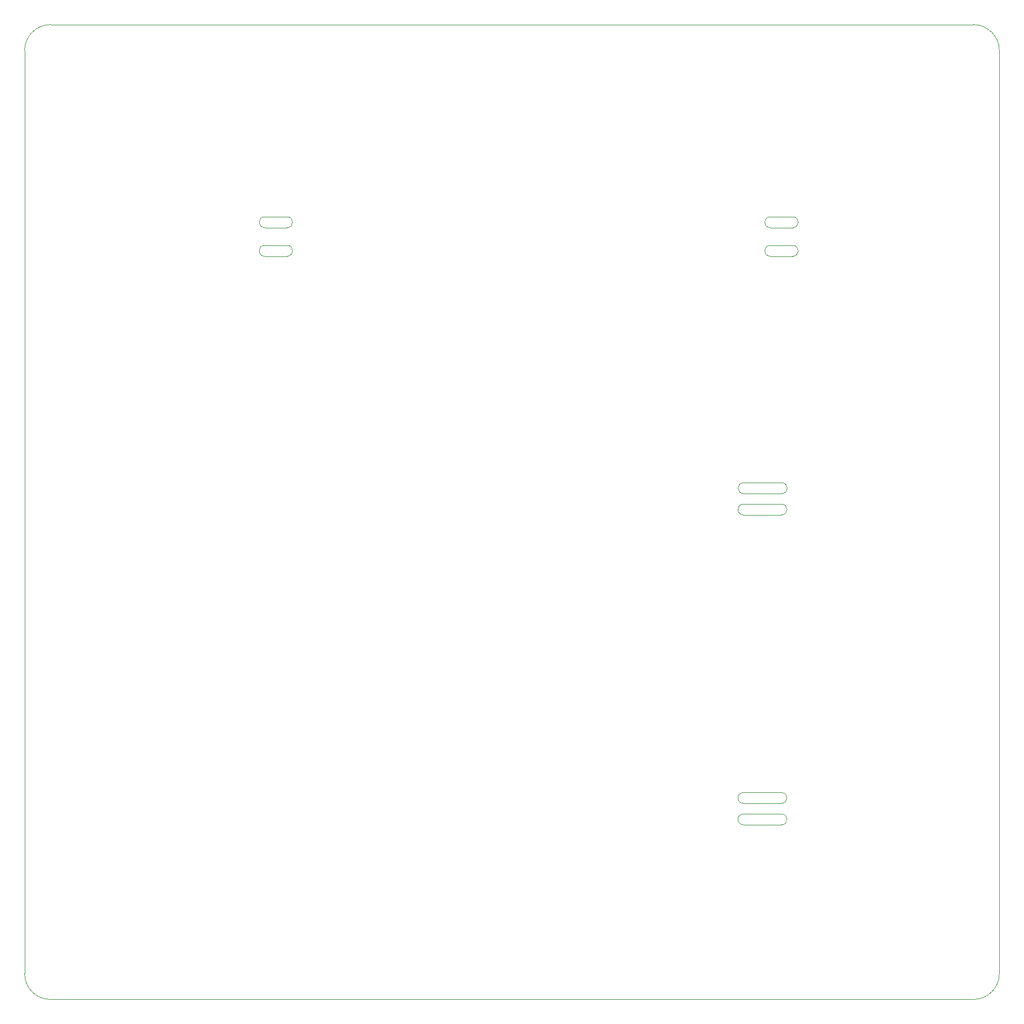
<source format=gm1>
%TF.GenerationSoftware,KiCad,Pcbnew,7.0.2-6a45011f42~172~ubuntu22.04.1*%
%TF.CreationDate,2023-04-24T13:24:37-07:00*%
%TF.ProjectId,Hepta-Pi_1.1,48657074-612d-4506-995f-312e312e6b69,2.1*%
%TF.SameCoordinates,PX37cf1c0PY1ad88f0*%
%TF.FileFunction,Profile,NP*%
%FSLAX46Y46*%
G04 Gerber Fmt 4.6, Leading zero omitted, Abs format (unit mm)*
G04 Created by KiCad (PCBNEW 7.0.2-6a45011f42~172~ubuntu22.04.1) date 2023-04-24 13:24:37*
%MOMM*%
%LPD*%
G01*
G04 APERTURE LIST*
%TA.AperFunction,Profile*%
%ADD10C,0.100000*%
%TD*%
%TA.AperFunction,Profile*%
%ADD11C,0.050000*%
%TD*%
G04 APERTURE END LIST*
D10*
X40430000Y-31175000D02*
X36930000Y-31175000D01*
X116495342Y-123070000D02*
X110595342Y-123070000D01*
X40430000Y-31175000D02*
G75*
G03*
X40430000Y-29525000I0J825000D01*
G01*
X36930000Y-29525000D02*
G75*
G03*
X36930000Y-31175000I0J-825000D01*
G01*
X40430000Y-35575000D02*
X36930000Y-35575000D01*
D11*
X150005000Y-3950000D02*
G75*
G03*
X146005000Y50000I-4000000J0D01*
G01*
D10*
X110595342Y-73735099D02*
X116495342Y-73735099D01*
X110630000Y-70450000D02*
G75*
G03*
X110630000Y-72100000I0J-825000D01*
G01*
X114730000Y-33925000D02*
G75*
G03*
X114730000Y-35575000I0J-825000D01*
G01*
X110595342Y-118120000D02*
G75*
G03*
X110595342Y-119770000I-42J-825000D01*
G01*
D11*
X4005000Y50000D02*
X146005000Y50000D01*
D10*
X116530000Y-72100000D02*
X110630000Y-72100000D01*
X36930000Y-29525000D02*
X40430000Y-29525000D01*
X118230000Y-31175000D02*
X114730000Y-31175000D01*
X118230000Y-35575000D02*
G75*
G03*
X118230000Y-33925000I0J825000D01*
G01*
D11*
X5000Y-145950000D02*
G75*
G03*
X4005000Y-149950000I4000000J0D01*
G01*
D10*
X116530000Y-72100000D02*
G75*
G03*
X116530000Y-70450000I0J825000D01*
G01*
X110595342Y-121420000D02*
G75*
G03*
X110595342Y-123070000I-42J-825000D01*
G01*
X118230000Y-35575000D02*
X114730000Y-35575000D01*
D11*
X4005000Y-149950000D02*
X146005000Y-149950000D01*
D10*
X114730000Y-33925000D02*
X118230000Y-33925000D01*
X36930000Y-33925000D02*
G75*
G03*
X36930000Y-35575000I0J-825000D01*
G01*
D11*
X150005000Y-3950000D02*
X150005000Y-145950000D01*
D10*
X118230000Y-31175000D02*
G75*
G03*
X118230000Y-29525000I0J825000D01*
G01*
D11*
X5000Y-3950000D02*
X5000Y-145950000D01*
D10*
X110630000Y-70450000D02*
X116530000Y-70450000D01*
X114730000Y-29525000D02*
X118230000Y-29525000D01*
X114730000Y-29525000D02*
G75*
G03*
X114730000Y-31175000I0J-825000D01*
G01*
D11*
X4005000Y50000D02*
G75*
G03*
X5000Y-3950000I0J-4000000D01*
G01*
D10*
X116495342Y-123070000D02*
G75*
G03*
X116495342Y-121420000I-42J825000D01*
G01*
X116495342Y-119770000D02*
G75*
G03*
X116495342Y-118120000I-42J825000D01*
G01*
X110595342Y-73735101D02*
G75*
G03*
X110595342Y-75385099I-42J-824999D01*
G01*
X116495342Y-75385099D02*
X110595342Y-75385099D01*
D11*
X146005000Y-149950000D02*
G75*
G03*
X150005000Y-145950000I0J4000000D01*
G01*
D10*
X110595342Y-121420000D02*
X116495342Y-121420000D01*
X116495342Y-119770000D02*
X110595342Y-119770000D01*
X36930000Y-33925000D02*
X40430000Y-33925000D01*
X40430000Y-35575000D02*
G75*
G03*
X40430000Y-33925000I0J825000D01*
G01*
X116495342Y-75385101D02*
G75*
G03*
X116495342Y-73735099I-42J825001D01*
G01*
X110595342Y-118120000D02*
X116495342Y-118120000D01*
M02*

</source>
